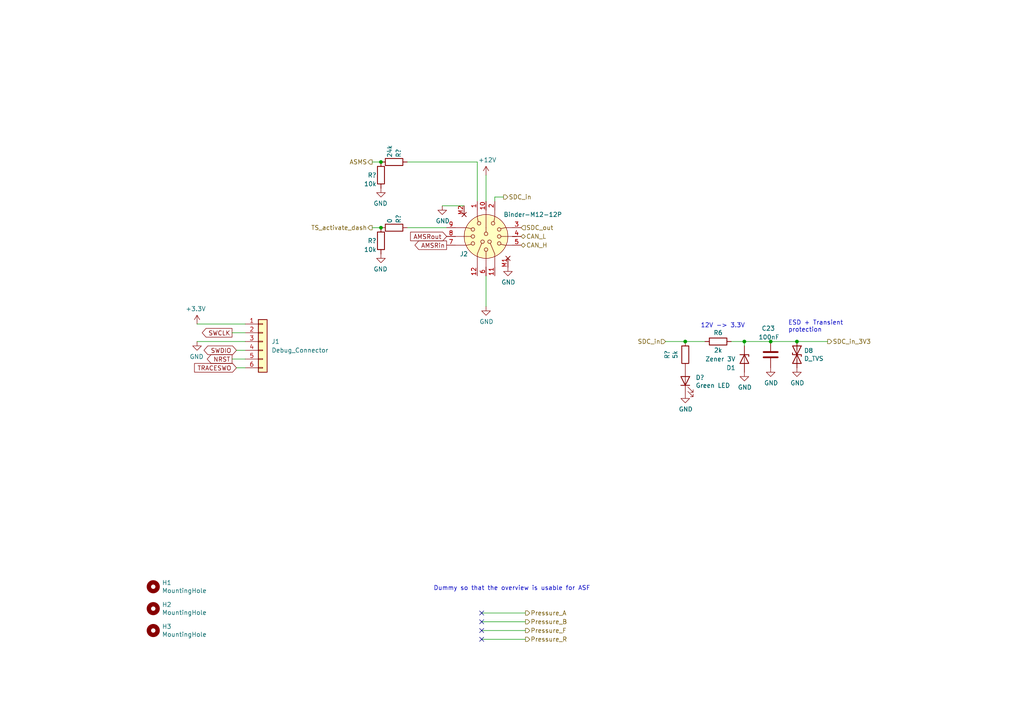
<source format=kicad_sch>
(kicad_sch (version 20211123) (generator eeschema)
  (paper "A4")
  (title_block (title "SDCL - Connections") (date "2021-12-16") (rev "v1.0") (company "FaSTTUBe - Formula Student Team TU Berlin") (comment 1 "Car 113") (comment 2 "EBS Electronics") (comment 3 "Electrical connections: Power, Programming, Buttons, CAN, SDC"))
  (lib_symbols
    (symbol "Connector_Generic:Conn_01x06" (pin_names (offset 1.016) hide)
      (property "Reference" "J" (at 0 7.62 0))
      (property "Value" "Conn_01x06" (at 0 -10.16 0))
      (symbol "Conn_01x06_1_1"
        (rectangle (start -1.27 -7.493) (end 0 -7.747) (stroke (width 0.1524)))
        (rectangle (start -1.27 -4.953) (end 0 -5.207) (stroke (width 0.1524)))
        (rectangle (start -1.27 -2.413) (end 0 -2.667) (stroke (width 0.1524)))
        (rectangle (start -1.27 0.127) (end 0 -0.127) (stroke (width 0.1524)))
        (rectangle (start -1.27 2.667) (end 0 2.413) (stroke (width 0.1524)))
        (rectangle (start -1.27 5.207) (end 0 4.953) (stroke (width 0.1524)))
        (rectangle (start -1.27 6.35) (end 1.27 -8.89) (stroke (width 0.254)) (fill (type background)))
        (pin passive line (at -5.08 5.08 0) (length 3.81) (name "Pin_1") (number "1"))
        (pin passive line (at -5.08 2.54 0) (length 3.81) (name "Pin_2") (number "2"))
        (pin passive line (at -5.08 0 0) (length 3.81) (name "Pin_3") (number "3"))
        (pin passive line (at -5.08 -2.54 0) (length 3.81) (name "Pin_4") (number "4"))
        (pin passive line (at -5.08 -5.08 0) (length 3.81) (name "Pin_5") (number "5"))
        (pin passive line (at -5.08 -7.62 0) (length 3.81) (name "Pin_6") (number "6"))
      )
    )
    (symbol "Custom:Binder-M12-12P" (pin_names (offset 1.016))
      (property "Reference" "J" (at -6.985 -5.715 0))
      (property "Value" "Binder-M12-12P" (at 4.572 6.858 0))
      (symbol "Binder-M12-12P_0_1"
        (circle (center -3.81 2.032) (radius 0.508))
        (circle (center -1.016 -1.524) (radius 0.508))
        (circle (center 0 -3.81) (radius 0.508))
        (polyline (pts (xy -8.89 -2.54) (xy -6.35 -2.54)))
        (polyline (pts (xy -8.89 2.54) (xy -6.35 2.54)))
        (polyline (pts (xy -2.54 -5.08) (xy -2.54 -8.89)))
        (polyline (pts (xy -2.54 6.35) (xy -2.54 7.62)))
        (polyline (pts (xy -1.2446 -1.9558) (xy -2.54 -5.08)))
        (polyline (pts (xy 0 -4.318) (xy 0 -8.89)))
        (polyline (pts (xy 0 2.54) (xy 0 1.27)))
        (polyline (pts (xy 0 2.54) (xy 0 7.62)))
        (polyline (pts (xy 1.2192 -1.9812) (xy 2.54 -5.08)))
        (polyline (pts (xy 2.54 -5.08) (xy 2.54 -8.89)))
        (polyline (pts (xy 2.54 6.35) (xy 2.54 7.62)))
        (polyline (pts (xy 6.35 -2.54) (xy 7.62 -2.54)))
        (polyline (pts (xy 6.35 2.54) (xy 7.62 2.54)))
        (polyline (pts (xy -6.35 2.54) (xy -5.588 2.54) (xy -4.318 2.286)))
        (polyline (pts (xy 6.35 2.54) (xy 5.588 2.54) (xy 4.318 2.286)))
        (circle (center 0 0) (radius 6.35) (fill (type background)))
        (circle (center 0 0.762) (radius 0.508))
        (circle (center 1.016 -1.524) (radius 0.508))
        (circle (center 3.81 2.032) (radius 0.508))
      )
      (symbol "Binder-M12-12P_1_1"
        (circle (center -3.81 -2.032) (radius 0.508))
        (circle (center -3.81 0) (radius 0.508))
        (circle (center -2.032 3.81) (radius 0.508))
        (polyline (pts (xy -4.318 0) (xy -8.89 0)))
        (polyline (pts (xy 4.318 0) (xy 8.89 0)))
        (polyline (pts (xy -6.35 -2.54) (xy -5.588 -2.54) (xy -4.318 -2.286)))
        (polyline (pts (xy -2.54 6.35) (xy -2.54 5.588) (xy -2.286 4.318)))
        (polyline (pts (xy 2.54 6.35) (xy 2.54 5.588) (xy 2.286 4.318)))
        (polyline (pts (xy 6.35 -2.54) (xy 5.588 -2.54) (xy 4.318 -2.286)))
        (circle (center 2.032 3.81) (radius 0.508))
        (circle (center 3.81 -2.032) (radius 0.508))
        (circle (center 3.81 0) (radius 0.508))
        (pin passive line (at -2.54 10.16 270) (length 2.54) (name "~") (number "1"))
        (pin passive line (at 0 10.16 270) (length 2.54) (name "~") (number "10"))
        (pin passive line (at 2.54 -11.43 90) (length 2.54) (name "~") (number "11"))
        (pin passive line (at -2.54 -11.43 90) (length 2.54) (name "~") (number "12"))
        (pin passive line (at 2.54 10.16 270) (length 2.54) (name "~") (number "2"))
        (pin passive line (at 10.16 2.54 180) (length 2.54) (name "~") (number "3"))
        (pin passive line (at 10.16 0 180) (length 2.54) (name "~") (number "4"))
        (pin passive line (at 10.16 -2.54 180) (length 2.54) (name "~") (number "5"))
        (pin passive line (at 0 -11.43 90) (length 2.54) (name "~") (number "6"))
        (pin passive line (at -11.43 -2.54 0) (length 2.54) (name "~") (number "7"))
        (pin passive line (at -11.43 0 0) (length 2.54) (name "~") (number "8"))
        (pin passive line (at -11.43 2.54 0) (length 2.54) (name "~") (number "9"))
        (pin passive non_logic (at 6.35 -8.89 90) (length 2.54) (name "~") (number "M1"))
        (pin passive non_logic (at -6.35 8.89 270) (length 2.54) (name "~") (number "M2"))
      )
    )
    (symbol "Device:C" (pin_numbers hide) (pin_names (offset 0.254))
      (property "Reference" "C" (at 0.635 2.54 0))
      (property "Value" "C" (at 0.635 -2.54 0))
      (symbol "C_0_1"
        (polyline (pts (xy -2.032 -0.762) (xy 2.032 -0.762)) (stroke (width 0.508)))
        (polyline (pts (xy -2.032 0.762) (xy 2.032 0.762)) (stroke (width 0.508)))
      )
      (symbol "C_1_1"
        (pin passive line (at 0 3.81 270) (length 2.794) (name "~") (number "1"))
        (pin passive line (at 0 -3.81 90) (length 2.794) (name "~") (number "2"))
      )
    )
    (symbol "Device:D_TVS" (pin_numbers hide) (pin_names (offset 1.016) hide)
      (property "Reference" "D" (at 0 2.54 0))
      (property "Value" "D_TVS" (at 0 -2.54 0))
      (symbol "D_TVS_0_1"
        (polyline (pts (xy 1.27 0) (xy -1.27 0)))
        (polyline (pts (xy 0.508 1.27) (xy 0 1.27) (xy 0 -1.27) (xy -0.508 -1.27)) (stroke (width 0.254)))
        (polyline (pts (xy -2.54 1.27) (xy -2.54 -1.27) (xy 2.54 1.27) (xy 2.54 -1.27) (xy -2.54 1.27)) (stroke (width 0.254)))
      )
      (symbol "D_TVS_1_1"
        (pin passive line (at -3.81 0 0) (length 2.54) (name "A1") (number "1"))
        (pin passive line (at 3.81 0 180) (length 2.54) (name "A2") (number "2"))
      )
    )
    (symbol "Device:D_Zener" (pin_numbers hide) (pin_names (offset 1.016) hide)
      (property "Reference" "D" (at 0 2.54 0))
      (property "Value" "D_Zener" (at 0 -2.54 0))
      (symbol "D_Zener_0_1"
        (polyline (pts (xy 1.27 0) (xy -1.27 0)))
        (polyline (pts (xy -1.27 -1.27) (xy -1.27 1.27) (xy -0.762 1.27)) (stroke (width 0.254)))
        (polyline (pts (xy 1.27 -1.27) (xy 1.27 1.27) (xy -1.27 0) (xy 1.27 -1.27)) (stroke (width 0.254)))
      )
      (symbol "D_Zener_1_1"
        (pin passive line (at -3.81 0 0) (length 2.54) (name "K") (number "1"))
        (pin passive line (at 3.81 0 180) (length 2.54) (name "A") (number "2"))
      )
    )
    (symbol "Device:LED" (pin_numbers hide) (pin_names (offset 1.016) hide)
      (property "Reference" "D" (at 0 2.54 0))
      (property "Value" "LED" (at 0 -2.54 0))
      (symbol "LED_0_1"
        (polyline (pts (xy -1.27 -1.27) (xy -1.27 1.27)) (stroke (width 0.254)))
        (polyline (pts (xy -1.27 0) (xy 1.27 0)))
        (polyline (pts (xy 1.27 -1.27) (xy 1.27 1.27) (xy -1.27 0) (xy 1.27 -1.27)) (stroke (width 0.254)))
        (polyline (pts (xy -3.048 -0.762) (xy -4.572 -2.286) (xy -3.81 -2.286) (xy -4.572 -2.286) (xy -4.572 -1.524)))
        (polyline (pts (xy -1.778 -0.762) (xy -3.302 -2.286) (xy -2.54 -2.286) (xy -3.302 -2.286) (xy -3.302 -1.524)))
      )
      (symbol "LED_1_1"
        (pin passive line (at -3.81 0 0) (length 2.54) (name "K") (number "1"))
        (pin passive line (at 3.81 0 180) (length 2.54) (name "A") (number "2"))
      )
    )
    (symbol "Device:R" (pin_numbers hide) (pin_names (offset 0))
      (property "Reference" "R" (at 2.032 0 90))
      (property "Value" "R" (at 0 0 90))
      (symbol "R_0_1"
        (rectangle (start -1.016 -2.54) (end 1.016 2.54) (stroke (width 0.254)))
      )
      (symbol "R_1_1"
        (pin passive line (at 0 3.81 270) (length 1.27) (name "~") (number "1"))
        (pin passive line (at 0 -3.81 90) (length 1.27) (name "~") (number "2"))
      )
    )
    (symbol "Mechanical:MountingHole" (pin_names (offset 1.016))
      (property "Reference" "H" (at 0 5.08 0))
      (property "Value" "MountingHole" (at 0 3.175 0))
      (symbol "MountingHole_0_1"
        (circle (center 0 0) (radius 1.27) (stroke (width 1.27)))
      )
    )
    (symbol "power:+12V" (power) (pin_names (offset 0))
      (property "Value" "+12V" (at 0 3.556 0))
      (symbol "+12V_0_1"
        (polyline (pts (xy -0.762 1.27) (xy 0 2.54)))
        (polyline (pts (xy 0 0) (xy 0 2.54)))
        (polyline (pts (xy 0 2.54) (xy 0.762 1.27)))
      )
      (symbol "+12V_1_1"
        (pin power_in line (at 0 0 90) (length 0) hide (name "+12V") (number "1"))
      )
    )
    (symbol "power:+3.3V" (power) (pin_names (offset 0))
      (property "Value" "+3.3V" (at 0 3.556 0))
      (symbol "+3.3V_0_1"
        (polyline (pts (xy -0.762 1.27) (xy 0 2.54)))
        (polyline (pts (xy 0 0) (xy 0 2.54)))
        (polyline (pts (xy 0 2.54) (xy 0.762 1.27)))
      )
      (symbol "+3.3V_1_1"
        (pin power_in line (at 0 0 90) (length 0) hide (name "+3.3V") (number "1"))
      )
    )
    (symbol "power:GND" (power) (pin_names (offset 0))
      (property "Value" "GND" (at 0 -3.81 0))
      (symbol "GND_0_1"
        (polyline (pts (xy 0 0) (xy 0 -1.27) (xy 1.27 -1.27) (xy 0 -2.54) (xy -1.27 -1.27) (xy 0 -1.27)))
      )
      (symbol "GND_1_1"
        (pin power_in line (at 0 0 270) (length 0) hide (name "GND") (number "1"))
      )
    )
  )
  (junction (at 215.9 99.06))
  (junction (at 231.14 99.06))
  (junction (at 110.49 66.04))
  (junction (at 110.49 46.99))
  (junction (at 198.755 99.06))
  (junction (at 223.52 99.06))
  (no_connect (at 139.7 185.42))
  (no_connect (at 139.7 180.34))
  (no_connect (at 139.7 177.8))
  (no_connect (at 139.7 182.88))
  (wire (pts (xy 68.58 101.6) (xy 71.12 101.6)))
  (wire (pts (xy 68.58 106.68) (xy 71.12 106.68)))
  (wire (pts (xy 215.9 99.06) (xy 223.52 99.06)))
  (wire (pts (xy 67.31 104.14) (xy 71.12 104.14)))
  (wire (pts (xy 215.9 100.33) (xy 215.9 99.06)))
  (wire (pts (xy 223.52 99.06) (xy 231.14 99.06)))
  (wire (pts (xy 118.11 46.99) (xy 138.43 46.99)))
  (wire (pts (xy 107.95 66.04) (xy 110.49 66.04)))
  (wire (pts (xy 198.755 99.06) (xy 204.47 99.06)))
  (wire (pts (xy 57.15 93.98) (xy 71.12 93.98)))
  (wire (pts (xy 139.7 177.8) (xy 152.4 177.8)))
  (wire (pts (xy 193.04 99.06) (xy 198.755 99.06)))
  (wire (pts (xy 140.97 80.01) (xy 140.97 88.9)))
  (wire (pts (xy 143.51 57.15) (xy 146.05 57.15)))
  (wire (pts (xy 57.15 99.06) (xy 71.12 99.06)))
  (wire (pts (xy 118.11 66.04) (xy 129.54 66.04)))
  (wire (pts (xy 128.27 59.69) (xy 134.62 59.69)))
  (wire (pts (xy 143.51 58.42) (xy 143.51 57.15)))
  (wire (pts (xy 138.43 46.99) (xy 138.43 58.42)))
  (wire (pts (xy 107.95 46.99) (xy 110.49 46.99)))
  (wire (pts (xy 140.97 50.8) (xy 140.97 58.42)))
  (wire (pts (xy 139.7 185.42) (xy 152.4 185.42)))
  (wire (pts (xy 139.7 180.34) (xy 152.4 180.34)))
  (wire (pts (xy 67.31 96.52) (xy 71.12 96.52)))
  (wire (pts (xy 231.14 99.06) (xy 240.03 99.06)))
  (wire (pts (xy 212.09 99.06) (xy 215.9 99.06)))
  (wire (pts (xy 139.7 182.88) (xy 152.4 182.88)))
  (text "Dummy so that the overview is usable for ASF" (at 125.73 171.45 0) (effects (font (size 1.27 1.27)) (justify left bottom)))
  (text "12V -> 3.3V" (at 203.2 95.25 0) (effects (font (size 1.27 1.27)) (justify left bottom)))
  (text "ESD + Transient\nprotection" (at 228.6 96.52 0) (effects (font (size 1.27 1.27)) (justify left bottom)))
  (global_label "AMSRin" (shape output) (at 129.54 71.12 180) (property "Intersheet References" "${INTERSHEET_REFS}" (effects hide)))
  (global_label "AMSRout" (shape input) (at 129.54 68.58 180) (property "Intersheet References" "${INTERSHEET_REFS}" (effects hide)))
  (global_label "TRACESWO" (shape input) (at 68.58 106.68 180) (property "Intersheet References" "${INTERSHEET_REFS}" (effects hide)))
  (global_label "NRST" (shape output) (at 67.31 104.14 180) (property "Intersheet References" "${INTERSHEET_REFS}" (effects hide)))
  (global_label "SWCLK" (shape output) (at 67.31 96.52 180) (property "Intersheet References" "${INTERSHEET_REFS}" (effects hide)))
  (global_label "SWDIO" (shape bidirectional) (at 68.58 101.6 180) (property "Intersheet References" "${INTERSHEET_REFS}" (effects hide)))
  (hierarchical_label "SDC_in_3V3" (shape output) (at 240.03 99.06 0))
  (hierarchical_label "Pressure_R" (shape output) (at 152.4 185.42 0))
  (hierarchical_label "SDC_out" (shape input) (at 151.13 66.04 0))
  (hierarchical_label "TS_activate_dash" (shape output) (at 107.95 66.04 180))
  (hierarchical_label "Pressure_B" (shape output) (at 152.4 180.34 0))
  (hierarchical_label "ASMS" (shape output) (at 107.95 46.99 180))
  (hierarchical_label "SDC_in" (shape output) (at 146.05 57.15 0))
  (hierarchical_label "CAN_H" (shape bidirectional) (at 151.13 71.12 0))
  (hierarchical_label "Pressure_F" (shape output) (at 152.4 182.88 0))
  (hierarchical_label "SDC_in" (shape input) (at 193.04 99.06 180))
  (hierarchical_label "CAN_L" (shape bidirectional) (at 151.13 68.58 0))
  (hierarchical_label "Pressure_A" (shape output) (at 152.4 177.8 0))
  (symbol (lib_id "Device:R") (at 208.28 99.06 90) (mirror x) (unit 1)
    (property "Reference" "R6" (at 208.28 96.52 90))
    (property "Value" "2k" (at 208.28 101.6 90))
    (property "Footprint" "Resistor_SMD:R_0603_1608Metric_Pad1.05x0.95mm_HandSolder" (effects hide))
  )
  (symbol (lib_id "power:GND") (at 215.9 107.95 0) (unit 1)
    (property "Reference" "#PWR0101" (effects hide))
    (property "Value" "GND" (at 216.027 112.3442 0))
  )
  (symbol (lib_id "power:GND") (at 231.14 106.68 0) (unit 1)
    (property "Reference" "#PWR0102" (effects hide))
    (property "Value" "GND" (at 231.267 111.0742 0))
  )
  (symbol (lib_id "Device:C") (at 223.52 102.87 180) (unit 1)
    (property "Reference" "C23" (at 224.79 95.25 0) (effects (justify left)))
    (property "Value" "100nF" (at 226.06 97.79 0) (effects (justify left)))
    (property "Footprint" "Capacitor_SMD:C_0603_1608Metric_Pad1.05x0.95mm_HandSolder" (effects hide))
  )
  (symbol (lib_id "power:GND") (at 223.52 106.68 0) (unit 1)
    (property "Reference" "#PWR0104" (effects hide))
    (property "Value" "GND" (at 223.647 111.0742 0))
  )
  (symbol (lib_id "Device:D_TVS") (at 231.14 102.87 270) (unit 1)
    (property "Reference" "D8" (at 233.172 101.7016 90) (effects (justify left)))
    (property "Value" "D_TVS" (at 233.172 104.013 90) (effects (justify left)))
    (property "Footprint" "Diode_SMD:D_SOD-323_HandSoldering" (effects hide))
  )
  (symbol (lib_id "Mechanical:MountingHole") (at 44.45 170.18 0) (unit 1)
    (property "Reference" "H1" (at 46.99 169.0116 0) (effects (justify left)))
    (property "Value" "MountingHole" (at 46.99 171.323 0) (effects (justify left)))
    (property "Footprint" "MountingHole:MountingHole_3.2mm_M3" (effects hide))
  )
  (symbol (lib_id "Mechanical:MountingHole") (at 44.45 176.53 0) (unit 1)
    (property "Reference" "H2" (at 46.99 175.3616 0) (effects (justify left)))
    (property "Value" "MountingHole" (at 46.99 177.673 0) (effects (justify left)))
    (property "Footprint" "MountingHole:MountingHole_3.2mm_M3" (effects hide))
  )
  (symbol (lib_id "Mechanical:MountingHole") (at 44.45 182.88 0) (unit 1)
    (property "Reference" "H3" (at 46.99 181.7116 0) (effects (justify left)))
    (property "Value" "MountingHole" (at 46.99 184.023 0) (effects (justify left)))
    (property "Footprint" "MountingHole:MountingHole_3.2mm_M3" (effects hide))
  )
  (symbol (lib_id "power:+12V") (at 140.97 50.8 0) (unit 1)
    (property "Reference" "#PWR0106" (effects hide))
    (property "Value" "+12V" (at 141.351 46.4058 0))
  )
  (symbol (lib_id "power:+3.3V") (at 57.15 93.98 0) (mirror y) (unit 1)
    (property "Reference" "#PWR0141" (effects hide))
    (property "Value" "+3.3V" (at 56.769 89.5858 0))
  )
  (symbol (lib_id "power:GND") (at 57.15 99.06 0) (mirror y) (unit 1)
    (property "Reference" "#PWR0164" (effects hide))
    (property "Value" "GND" (at 57.023 103.4542 0))
  )
  (symbol (lib_id "power:GND") (at 140.97 88.9 0) (unit 1)
    (property "Reference" "#PWR0110" (effects hide))
    (property "Value" "GND" (at 141.097 93.2942 0))
  )
  (symbol (lib_id "power:GND") (at 147.32 77.47 0) (unit 1)
    (property "Reference" "#PWR0121" (effects hide))
    (property "Value" "GND" (at 147.447 81.8642 0))
  )
  (symbol (lib_id "Custom:Binder-M12-12P") (at 140.97 68.58 0) (unit 1)
    (property "Reference" "J2" (at 133.35 73.66 0) (effects (justify left)))
    (property "Value" "Binder-M12-12P" (at 146.05 62.23 0) (effects (justify left)))
    (property "Footprint" "Custom:Binder_M12-A_12P_Female_NoSilk" (effects hide))
    (property "Datasheet" "http://www.mouser.com/ds/2/18/40_c091_abd_e-75918.pdf" (effects hide))
  )
  (symbol (lib_id "power:GND") (at 128.27 59.69 0) (unit 1)
    (property "Reference" "#PWR0114" (effects hide))
    (property "Value" "GND" (at 128.397 64.0842 0))
  )
  (symbol (lib_id "Device:D_Zener") (at 215.9 104.14 270) (unit 1)
    (property "Reference" "D1" (at 213.36 106.68 90) (effects (justify right)))
    (property "Value" "Zener 3V" (at 213.36 104.14 90) (effects (justify right)))
    (property "Footprint" "Diode_SMD:D_SOD-323_HandSoldering" (effects hide))
  )
  (symbol (lib_id "Device:R") (at 198.755 102.87 180) (unit 1)
    (property "Reference" "R?" (at 193.4972 102.87 90))
    (property "Value" "5k" (at 195.8086 102.87 90))
    (property "Footprint" "Resistor_SMD:R_0603_1608Metric_Pad1.05x0.95mm_HandSolder" (effects hide))
  )
  (symbol (lib_id "power:GND") (at 110.49 73.66 0) (mirror y) (unit 1)
    (property "Reference" "#PWR?" (effects hide))
    (property "Value" "GND" (at 110.363 78.0542 0))
  )
  (symbol (lib_id "Device:R") (at 114.3 66.04 270) (mirror x) (unit 1)
    (property "Reference" "R?" (at 115.57 64.77 0) (effects (justify left)))
    (property "Value" "0" (at 113.03 64.77 0) (effects (justify left)))
    (property "Footprint" "Resistor_SMD:R_0603_1608Metric_Pad1.05x0.95mm_HandSolder" (effects hide))
  )
  (symbol (lib_id "Device:LED") (at 198.755 110.49 90) (unit 1)
    (property "Reference" "D?" (at 201.7522 109.4994 90) (effects (justify right)))
    (property "Value" "Green LED" (at 201.7522 111.8108 90) (effects (justify right)))
    (property "Footprint" "Diode_SMD:D_0603_1608Metric_Pad1.05x0.95mm_HandSolder" (effects hide))
  )
  (symbol (lib_id "Device:R") (at 110.49 69.85 0) (mirror y) (unit 1)
    (property "Reference" "R?" (at 109.22 69.85 0) (effects (justify left)))
    (property "Value" "10k" (at 109.22 72.39 0) (effects (justify left)))
    (property "Footprint" "Resistor_SMD:R_0603_1608Metric_Pad1.05x0.95mm_HandSolder" (effects hide))
  )
  (symbol (lib_id "Device:R") (at 110.49 50.8 0) (mirror y) (unit 1)
    (property "Reference" "R?" (at 109.22 50.8 0) (effects (justify left)))
    (property "Value" "10k" (at 109.22 53.34 0) (effects (justify left)))
    (property "Footprint" "Resistor_SMD:R_0603_1608Metric_Pad1.05x0.95mm_HandSolder" (effects hide))
  )
  (symbol (lib_id "power:GND") (at 110.49 54.61 0) (mirror y) (unit 1)
    (property "Reference" "#PWR?" (effects hide))
    (property "Value" "GND" (at 110.363 59.0042 0))
  )
  (symbol (lib_id "Device:R") (at 114.3 46.99 270) (mirror x) (unit 1)
    (property "Reference" "R?" (at 115.57 45.72 0) (effects (justify left)))
    (property "Value" "24k" (at 113.03 45.72 0) (effects (justify left)))
    (property "Footprint" "Resistor_SMD:R_0603_1608Metric_Pad1.05x0.95mm_HandSolder" (effects hide))
  )
  (symbol (lib_id "Connector_Generic:Conn_01x06") (at 76.2 99.06 0) (unit 1)
    (property "Reference" "J1" (at 78.74 99.0599 0) (effects (justify left)))
    (property "Value" "Debug_Connector" (at 78.74 101.5999 0) (effects (justify left)))
  )
  (symbol (lib_id "power:GND") (at 198.755 114.3 0) (unit 1)
    (property "Reference" "#PWR?" (effects hide))
    (property "Value" "GND" (at 198.882 118.6942 0))
  )
)
</source>
